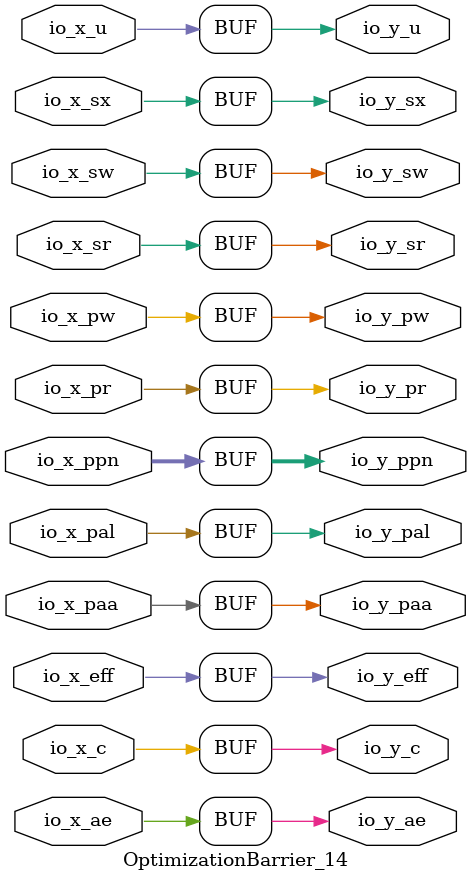
<source format=v>
module OptimizationBarrier_14(
  input  [19:0] io_x_ppn,
  input         io_x_u,
  input         io_x_ae,
  input         io_x_sw,
  input         io_x_sx,
  input         io_x_sr,
  input         io_x_pw,
  input         io_x_pr,
  input         io_x_pal,
  input         io_x_paa,
  input         io_x_eff,
  input         io_x_c,
  output [19:0] io_y_ppn,
  output        io_y_u,
  output        io_y_ae,
  output        io_y_sw,
  output        io_y_sx,
  output        io_y_sr,
  output        io_y_pw,
  output        io_y_pr,
  output        io_y_pal,
  output        io_y_paa,
  output        io_y_eff,
  output        io_y_c
);
  assign io_y_ppn = io_x_ppn; 
  assign io_y_u = io_x_u; 
  assign io_y_ae = io_x_ae; 
  assign io_y_sw = io_x_sw; 
  assign io_y_sx = io_x_sx; 
  assign io_y_sr = io_x_sr; 
  assign io_y_pw = io_x_pw; 
  assign io_y_pr = io_x_pr; 
  assign io_y_pal = io_x_pal; 
  assign io_y_paa = io_x_paa; 
  assign io_y_eff = io_x_eff; 
  assign io_y_c = io_x_c; 
endmodule
</source>
